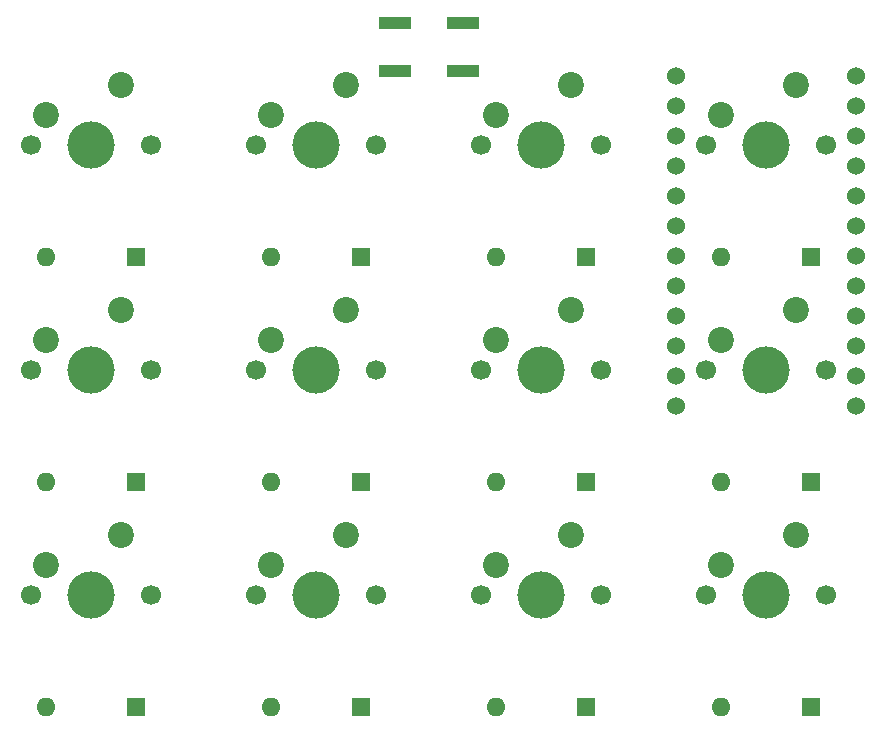
<source format=gbr>
%TF.GenerationSoftware,KiCad,Pcbnew,(5.1.10)-1*%
%TF.CreationDate,2021-11-04T23:56:30-04:00*%
%TF.ProjectId,pluto12,706c7574-6f31-4322-9e6b-696361645f70,rev?*%
%TF.SameCoordinates,Original*%
%TF.FileFunction,Soldermask,Bot*%
%TF.FilePolarity,Negative*%
%FSLAX46Y46*%
G04 Gerber Fmt 4.6, Leading zero omitted, Abs format (unit mm)*
G04 Created by KiCad (PCBNEW (5.1.10)-1) date 2021-11-04 23:56:30*
%MOMM*%
%LPD*%
G01*
G04 APERTURE LIST*
%ADD10R,2.750000X1.000000*%
%ADD11C,2.200000*%
%ADD12C,4.000000*%
%ADD13C,1.700000*%
%ADD14O,1.600000X1.600000*%
%ADD15R,1.600000X1.600000*%
%ADD16C,1.524000*%
G04 APERTURE END LIST*
D10*
%TO.C,RST SW*%
X150835000Y-64675000D03*
X145075000Y-64675000D03*
X145075000Y-68675000D03*
X150835000Y-68675000D03*
%TD*%
D11*
%TO.C,S12*%
X179070000Y-107950000D03*
X172720000Y-110490000D03*
D12*
X176530000Y-113030000D03*
D13*
X171450000Y-113030000D03*
X181610000Y-113030000D03*
%TD*%
D11*
%TO.C,S11*%
X160020000Y-107950000D03*
X153670000Y-110490000D03*
D12*
X157480000Y-113030000D03*
D13*
X152400000Y-113030000D03*
X162560000Y-113030000D03*
%TD*%
D11*
%TO.C,S10*%
X140970000Y-107950000D03*
X134620000Y-110490000D03*
D12*
X138430000Y-113030000D03*
D13*
X133350000Y-113030000D03*
X143510000Y-113030000D03*
%TD*%
D11*
%TO.C,S9*%
X121920000Y-107950000D03*
X115570000Y-110490000D03*
D12*
X119380000Y-113030000D03*
D13*
X114300000Y-113030000D03*
X124460000Y-113030000D03*
%TD*%
D11*
%TO.C,S8*%
X179070000Y-88900000D03*
X172720000Y-91440000D03*
D12*
X176530000Y-93980000D03*
D13*
X171450000Y-93980000D03*
X181610000Y-93980000D03*
%TD*%
D11*
%TO.C,S7*%
X160020000Y-88900000D03*
X153670000Y-91440000D03*
D12*
X157480000Y-93980000D03*
D13*
X152400000Y-93980000D03*
X162560000Y-93980000D03*
%TD*%
D11*
%TO.C,S6*%
X140970000Y-88900000D03*
X134620000Y-91440000D03*
D12*
X138430000Y-93980000D03*
D13*
X133350000Y-93980000D03*
X143510000Y-93980000D03*
%TD*%
D11*
%TO.C,S5*%
X121920000Y-88900000D03*
X115570000Y-91440000D03*
D12*
X119380000Y-93980000D03*
D13*
X114300000Y-93980000D03*
X124460000Y-93980000D03*
%TD*%
D11*
%TO.C,S4*%
X179070000Y-69850000D03*
X172720000Y-72390000D03*
D12*
X176530000Y-74930000D03*
D13*
X171450000Y-74930000D03*
X181610000Y-74930000D03*
%TD*%
D11*
%TO.C,S3*%
X160020000Y-69850000D03*
X153670000Y-72390000D03*
D12*
X157480000Y-74930000D03*
D13*
X152400000Y-74930000D03*
X162560000Y-74930000D03*
%TD*%
D11*
%TO.C,S2*%
X140970000Y-69850000D03*
X134620000Y-72390000D03*
D12*
X138430000Y-74930000D03*
D13*
X133350000Y-74930000D03*
X143510000Y-74930000D03*
%TD*%
D11*
%TO.C,S1*%
X121920000Y-69850000D03*
X115570000Y-72390000D03*
D12*
X119380000Y-74930000D03*
D13*
X114300000Y-74930000D03*
X124460000Y-74930000D03*
%TD*%
D14*
%TO.C,D12*%
X172720000Y-122555000D03*
D15*
X180340000Y-122555000D03*
%TD*%
D14*
%TO.C,D11*%
X153670000Y-122555000D03*
D15*
X161290000Y-122555000D03*
%TD*%
D14*
%TO.C,D10*%
X134620000Y-122555000D03*
D15*
X142240000Y-122555000D03*
%TD*%
D14*
%TO.C,D9*%
X115570000Y-122555000D03*
D15*
X123190000Y-122555000D03*
%TD*%
D14*
%TO.C,D8*%
X172720000Y-103505000D03*
D15*
X180340000Y-103505000D03*
%TD*%
D14*
%TO.C,D7*%
X153670000Y-103505000D03*
D15*
X161290000Y-103505000D03*
%TD*%
D14*
%TO.C,D6*%
X134620000Y-103505000D03*
D15*
X142240000Y-103505000D03*
%TD*%
D14*
%TO.C,D5*%
X115570000Y-103505000D03*
D15*
X123190000Y-103505000D03*
%TD*%
D14*
%TO.C,D4*%
X172720000Y-84455000D03*
D15*
X180340000Y-84455000D03*
%TD*%
D14*
%TO.C,D3*%
X153670000Y-84455000D03*
D15*
X161290000Y-84455000D03*
%TD*%
D14*
%TO.C,D2*%
X134620000Y-84455000D03*
D15*
X142240000Y-84455000D03*
%TD*%
D14*
%TO.C,D1*%
X115570000Y-84455000D03*
D15*
X123190000Y-84455000D03*
%TD*%
D16*
%TO.C,B1*%
X168910000Y-69088000D03*
X168910000Y-71628000D03*
X168910000Y-74168000D03*
X168910000Y-76708000D03*
X168910000Y-79248000D03*
X168910000Y-81788000D03*
X168910000Y-84328000D03*
X168910000Y-86868000D03*
X168910000Y-89408000D03*
X168910000Y-91948000D03*
X168910000Y-94488000D03*
X168910000Y-97028000D03*
X184150000Y-97028000D03*
X184150000Y-94488000D03*
X184150000Y-91948000D03*
X184150000Y-89408000D03*
X184150000Y-86868000D03*
X184150000Y-84328000D03*
X184150000Y-81788000D03*
X184150000Y-79248000D03*
X184150000Y-76708000D03*
X184150000Y-74168000D03*
X184150000Y-71628000D03*
X184150000Y-69088000D03*
%TD*%
M02*

</source>
